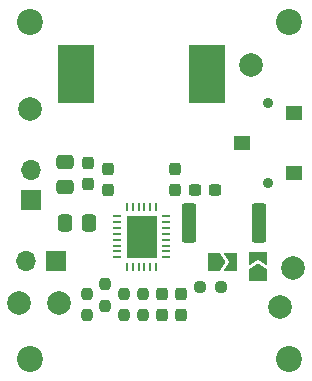
<source format=gts>
%TF.GenerationSoftware,KiCad,Pcbnew,7.0.5-0*%
%TF.CreationDate,2024-02-04T17:49:50-05:00*%
%TF.ProjectId,Cutdown_Test,43757464-6f77-46e5-9f54-6573742e6b69,rev?*%
%TF.SameCoordinates,Original*%
%TF.FileFunction,Soldermask,Top*%
%TF.FilePolarity,Negative*%
%FSLAX46Y46*%
G04 Gerber Fmt 4.6, Leading zero omitted, Abs format (unit mm)*
G04 Created by KiCad (PCBNEW 7.0.5-0) date 2024-02-04 17:49:50*
%MOMM*%
%LPD*%
G01*
G04 APERTURE LIST*
G04 Aperture macros list*
%AMRoundRect*
0 Rectangle with rounded corners*
0 $1 Rounding radius*
0 $2 $3 $4 $5 $6 $7 $8 $9 X,Y pos of 4 corners*
0 Add a 4 corners polygon primitive as box body*
4,1,4,$2,$3,$4,$5,$6,$7,$8,$9,$2,$3,0*
0 Add four circle primitives for the rounded corners*
1,1,$1+$1,$2,$3*
1,1,$1+$1,$4,$5*
1,1,$1+$1,$6,$7*
1,1,$1+$1,$8,$9*
0 Add four rect primitives between the rounded corners*
20,1,$1+$1,$2,$3,$4,$5,0*
20,1,$1+$1,$4,$5,$6,$7,0*
20,1,$1+$1,$6,$7,$8,$9,0*
20,1,$1+$1,$8,$9,$2,$3,0*%
%AMFreePoly0*
4,1,6,1.000000,0.000000,0.500000,-0.750000,-0.500000,-0.750000,-0.500000,0.750000,0.500000,0.750000,1.000000,0.000000,1.000000,0.000000,$1*%
%AMFreePoly1*
4,1,6,0.500000,-0.750000,-0.650000,-0.750000,-0.150000,0.000000,-0.650000,0.750000,0.500000,0.750000,0.500000,-0.750000,0.500000,-0.750000,$1*%
G04 Aperture macros list end*
%ADD10RoundRect,0.237500X-0.237500X0.300000X-0.237500X-0.300000X0.237500X-0.300000X0.237500X0.300000X0*%
%ADD11RoundRect,0.237500X-0.250000X-0.237500X0.250000X-0.237500X0.250000X0.237500X-0.250000X0.237500X0*%
%ADD12C,2.200000*%
%ADD13C,2.000000*%
%ADD14RoundRect,0.237500X0.237500X-0.300000X0.237500X0.300000X-0.237500X0.300000X-0.237500X-0.300000X0*%
%ADD15R,0.699999X0.230000*%
%ADD16R,0.230000X0.699999*%
%ADD17C,0.900000*%
%ADD18R,2.650000X3.650001*%
%ADD19RoundRect,0.250000X0.362500X1.425000X-0.362500X1.425000X-0.362500X-1.425000X0.362500X-1.425000X0*%
%ADD20RoundRect,0.250000X0.475000X-0.337500X0.475000X0.337500X-0.475000X0.337500X-0.475000X-0.337500X0*%
%ADD21RoundRect,0.250000X0.337500X0.475000X-0.337500X0.475000X-0.337500X-0.475000X0.337500X-0.475000X0*%
%ADD22R,1.700000X1.700000*%
%ADD23O,1.700000X1.700000*%
%ADD24RoundRect,0.237500X-0.237500X0.250000X-0.237500X-0.250000X0.237500X-0.250000X0.237500X0.250000X0*%
%ADD25RoundRect,0.237500X-0.300000X-0.237500X0.300000X-0.237500X0.300000X0.237500X-0.300000X0.237500X0*%
%ADD26C,0.889000*%
%ADD27R,1.397000X1.193800*%
%ADD28FreePoly0,90.000000*%
%ADD29FreePoly1,90.000000*%
%ADD30FreePoly0,0.000000*%
%ADD31FreePoly1,0.000000*%
%ADD32R,3.100000X5.000000*%
G04 APERTURE END LIST*
D10*
%TO.C,C1*%
X139100000Y-112737500D03*
X139100000Y-114462500D03*
%TD*%
D11*
%TO.C,R3*%
X140687500Y-112100000D03*
X142512500Y-112100000D03*
%TD*%
D12*
%TO.C,H1*%
X126300000Y-89700000D03*
%TD*%
D13*
%TO.C,TP8*%
X147500000Y-113800000D03*
%TD*%
D12*
%TO.C,H4*%
X148200000Y-118200000D03*
%TD*%
D14*
%TO.C,C4*%
X132900000Y-103862500D03*
X132900000Y-102137500D03*
%TD*%
D15*
%TO.C,U1*%
X133700002Y-106100001D03*
X133700002Y-106600000D03*
X133700002Y-107099999D03*
X133700002Y-107600000D03*
X133700002Y-108100000D03*
X133700002Y-108600001D03*
X133700002Y-109100000D03*
X133700002Y-109599999D03*
D16*
X134500000Y-110400000D03*
X134999999Y-110400000D03*
X135500000Y-110400000D03*
X136000000Y-110400000D03*
X136500001Y-110400000D03*
X137000000Y-110400000D03*
D15*
X137799998Y-109599999D03*
X137799998Y-109100000D03*
X137799998Y-108600001D03*
X137799998Y-108100000D03*
X137799998Y-107600000D03*
X137799998Y-107099999D03*
X137799998Y-106600000D03*
X137799998Y-106100001D03*
D16*
X137000000Y-105300000D03*
X136500001Y-105300000D03*
X136000000Y-105300000D03*
X135500000Y-105300000D03*
X134999999Y-105300000D03*
X134500000Y-105300000D03*
D17*
X135050000Y-106650000D03*
X135050000Y-107850000D03*
X135050000Y-109050000D03*
D18*
X135750000Y-107850000D03*
D17*
X136450000Y-106650000D03*
X136450000Y-107850000D03*
X136450000Y-109050000D03*
%TD*%
D19*
%TO.C,R2*%
X145662500Y-106700000D03*
X139737500Y-106700000D03*
%TD*%
D20*
%TO.C,C8*%
X129300000Y-103637500D03*
X129300000Y-101562500D03*
%TD*%
D21*
%TO.C,C6*%
X131337500Y-106700000D03*
X129262500Y-106700000D03*
%TD*%
D22*
%TO.C,J2*%
X128500000Y-109900000D03*
D23*
X125960000Y-109900000D03*
%TD*%
D14*
%TO.C,C3*%
X138600000Y-103862500D03*
X138600000Y-102137500D03*
%TD*%
D13*
%TO.C,TP6*%
X128800000Y-113500000D03*
%TD*%
D14*
%TO.C,C7*%
X137500000Y-114462500D03*
X137500000Y-112737500D03*
%TD*%
D24*
%TO.C,R5*%
X132700000Y-111887500D03*
X132700000Y-113712500D03*
%TD*%
D14*
%TO.C,C5*%
X131200000Y-103362500D03*
X131200000Y-101637500D03*
%TD*%
D24*
%TO.C,R1*%
X131100000Y-112687500D03*
X131100000Y-114512500D03*
%TD*%
D12*
%TO.C,H3*%
X126300000Y-118200000D03*
%TD*%
D25*
%TO.C,C2*%
X140275000Y-103900000D03*
X142000000Y-103900000D03*
%TD*%
D12*
%TO.C,H2*%
X148200000Y-89700000D03*
%TD*%
D24*
%TO.C,R6*%
X134300000Y-112687500D03*
X134300000Y-114512500D03*
%TD*%
D26*
%TO.C,SW1*%
X146498100Y-103299998D03*
X146498100Y-96500002D03*
D27*
X148698101Y-102440000D03*
X144298102Y-99900000D03*
X148698101Y-97360000D03*
%TD*%
D28*
%TO.C,JP1*%
X145600000Y-111125000D03*
D29*
X145600000Y-109675000D03*
%TD*%
D13*
%TO.C,TP5*%
X148600000Y-110500000D03*
%TD*%
D30*
%TO.C,JP2*%
X141875000Y-110000000D03*
D31*
X143325000Y-110000000D03*
%TD*%
D22*
%TO.C,J1*%
X126400000Y-104775000D03*
D23*
X126400000Y-102235000D03*
%TD*%
D13*
%TO.C,TP2*%
X126300000Y-97000000D03*
%TD*%
%TO.C,TP3*%
X145000000Y-93300000D03*
%TD*%
%TO.C,TP1*%
X125400000Y-113500000D03*
%TD*%
D32*
%TO.C,L1*%
X141300000Y-94100000D03*
X130200000Y-94100000D03*
%TD*%
D24*
%TO.C,R4*%
X135900000Y-112687500D03*
X135900000Y-114512500D03*
%TD*%
M02*

</source>
